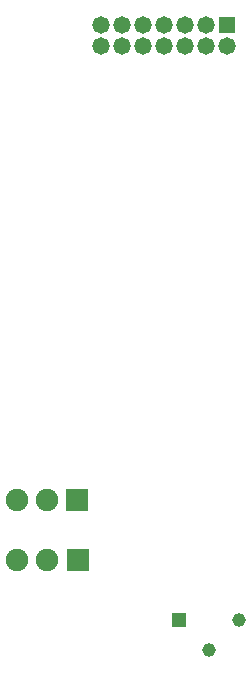
<source format=gbs>
G04*
G04 #@! TF.GenerationSoftware,Altium Limited,Altium Designer,24.7.2 (38)*
G04*
G04 Layer_Color=16711935*
%FSLAX44Y44*%
%MOMM*%
G71*
G04*
G04 #@! TF.SameCoordinates,60CCB1E2-045B-4953-842A-C3EC13AC8E9E*
G04*
G04*
G04 #@! TF.FilePolarity,Negative*
G04*
G01*
G75*
%ADD58R,1.9032X1.9032*%
%ADD59C,1.9032*%
%ADD60R,1.1500X1.1500*%
%ADD61C,1.1500*%
%ADD62R,1.4732X1.4732*%
%ADD63C,1.4732*%
D58*
X759560Y642620D02*
D03*
X759460Y693420D02*
D03*
D59*
X734060Y642620D02*
D03*
X708560D02*
D03*
X733960Y693420D02*
D03*
X708460D02*
D03*
D60*
X845820Y591820D02*
D03*
D61*
X871220Y566420D02*
D03*
X896620Y591820D02*
D03*
D62*
X886460Y1096010D02*
D03*
D63*
X868680D02*
D03*
X850900D02*
D03*
X833120D02*
D03*
X815340D02*
D03*
X797560D02*
D03*
X779780D02*
D03*
X886460Y1078230D02*
D03*
X868680D02*
D03*
X850900D02*
D03*
X833120D02*
D03*
X815340D02*
D03*
X797560D02*
D03*
X779780D02*
D03*
M02*

</source>
